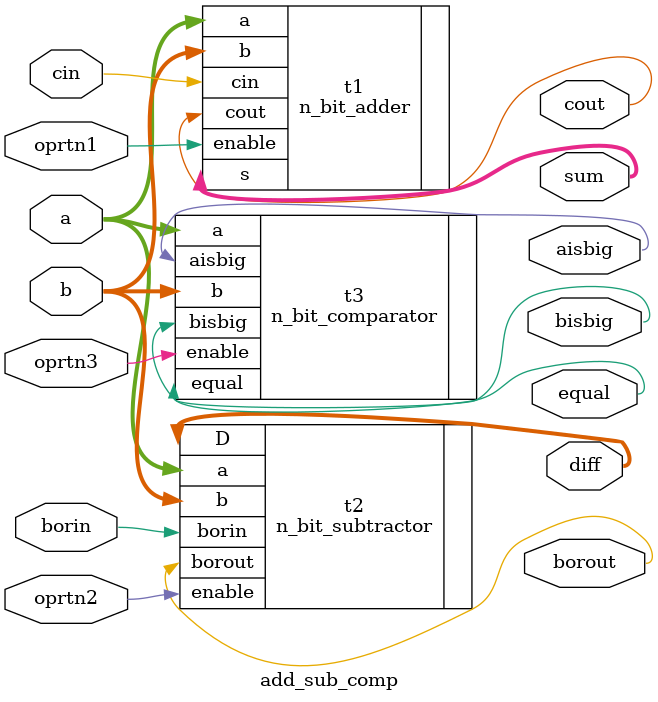
<source format=v>
module add_sub_comp #(parameter N=4 )(a,b,oprtn1,oprtn2,oprtn3,cout,borout,cin,borin,aisbig,bisbig,equal,diff,sum);

input [N-1:0]a,b;
input oprtn1;
input oprtn2;
input oprtn3;
input cin;
input borin;
output cout;
output borout;
output [N-1:0]sum;
output [N-1:0]diff;
output aisbig;
output bisbig;
output equal;
n_bit_adder t1(.a(a),.b(b),.cin(cin),.cout(cout),.enable(oprtn1),.s(sum));
n_bit_subtractor t2(.a(a),.b(b),.D(diff),.enable(oprtn2),.borin(borin),.borout(borout));
n_bit_comparator t3(.a(a),.b(b),.enable(oprtn3) ,.aisbig(aisbig), .bisbig(bisbig), .equal(equal));

endmodule
</source>
